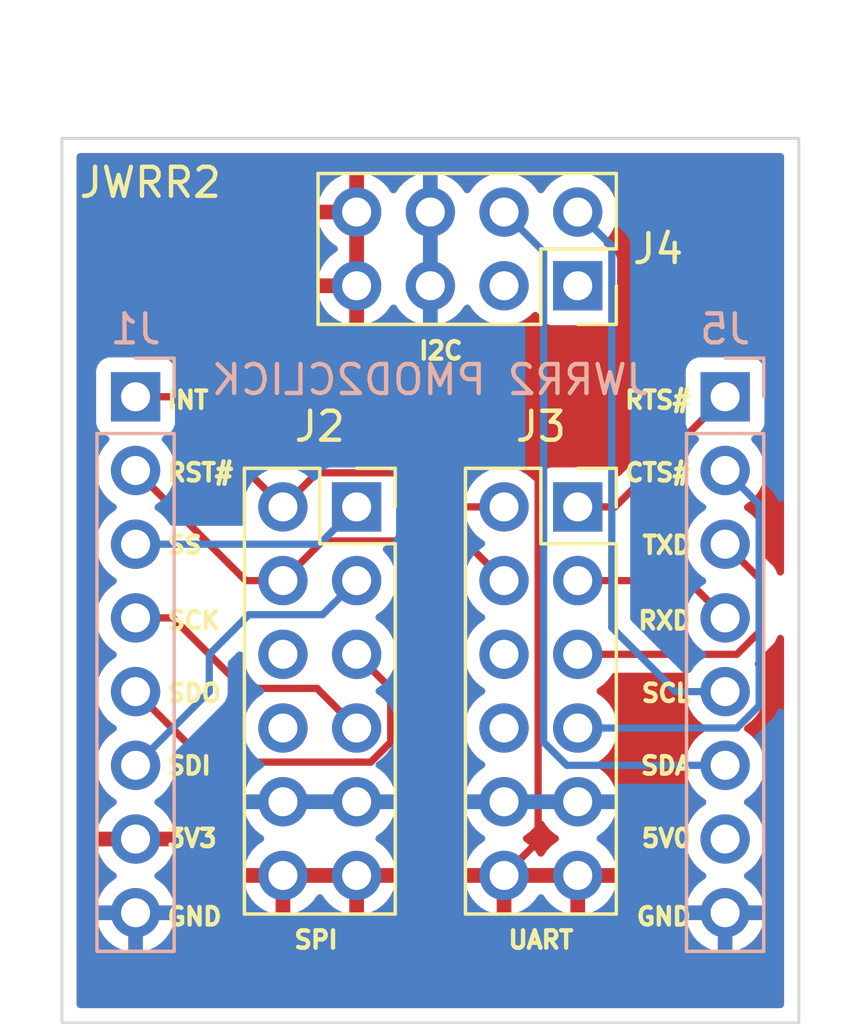
<source format=kicad_pcb>
(kicad_pcb (version 20211014) (generator pcbnew)
  (layers (0 "F.Cu" signal) (31 "B.Cu" signal) (34 "B.Paste" user) (35 "F.Paste" user) (36 "B.SilkS" user "B.Silkscreen") (37 "F.SilkS" user "F.Silkscreen") (38 "B.Mask" user) (39 "F.Mask" user) (44 "Edge.Cuts" user))
  (net 0 "")
  (net 1 "/SS")
  (net 2 "/SDI")
  (net 3 "/SDO")
  (net 4 "/SCK")
  (net 5 "GND")
  (net 6 "+3V3")
  (net 7 "/INT")
  (net 8 "/RST#")
  (net 9 "/RTS_FROM_PMOD#")
  (net 10 "/RXD_TO_PMOD")
  (net 11 "/TXD_FROM_PMOD")
  (net 12 "/CTS_TO_PMOD#")
  (net 14 "/SCL_TO_PMOD")
  (net 16 "/SDA_BIDIR")
  (footprint "Connector_PinSocket_2.54mm:PinSocket_2x06_P2.54mm_Vertical" (layer "F.Cu") (at 101.6 119.38)
    (fp_text reference "J2" (at -1.27 -2.77) (layer "F.SilkS"))
    (fp_text value "Conn_02x06_Odd_Even")
    (fp_line (start -3.87 -1.33) (end -1.27 -1.33) (layer "F.SilkS") (width 0.12))
    (fp_line (start 1.33 1.27) (end 1.33 14.03) (layer "F.SilkS") (width 0.12))
    (fp_line (start -3.87 -1.33) (end -3.87 14.03) (layer "F.SilkS") (width 0.12))
    (fp_line (start 0 -1.33) (end 1.33 -1.33) (layer "F.SilkS") (width 0.12))
    (fp_line (start -3.87 14.03) (end 1.33 14.03) (layer "F.SilkS") (width 0.12))
    (fp_line (start -1.27 -1.33) (end -1.27 1.27) (layer "F.SilkS") (width 0.12))
    (fp_line (start -1.27 1.27) (end 1.33 1.27) (layer "F.SilkS") (width 0.12))
    (fp_line (start 1.33 -1.33) (end 1.33 0) (layer "F.SilkS") (width 0.12))
    (pad "1" thru_hole rect (at 0 0) (size 1.7 1.7) (drill 1) (layers *.Cu *.Mask) (net 1 "/SS"))
    (pad "2" thru_hole oval (at -2.54 0) (size 1.7 1.7) (drill 1) (layers *.Cu *.Mask) (net 7 "/INT"))
    (pad "3" thru_hole oval (at 0 2.54) (size 1.7 1.7) (drill 1) (layers *.Cu *.Mask) (net 2 "/SDI"))
    (pad "4" thru_hole oval (at -2.54 2.54) (size 1.7 1.7) (drill 1) (layers *.Cu *.Mask) (net 8 "/RST#"))
    (pad "5" thru_hole oval (at 0 5.08) (size 1.7 1.7) (drill 1) (layers *.Cu *.Mask) (net 3 "/SDO"))
    (pad "6" thru_hole oval (at -2.54 5.08) (size 1.7 1.7) (drill 1) (layers *.Cu *.Mask))
    (pad "7" thru_hole oval (at 0 7.62) (size 1.7 1.7) (drill 1) (layers *.Cu *.Mask) (net 4 "/SCK"))
    (pad "8" thru_hole oval (at -2.54 7.62) (size 1.7 1.7) (drill 1) (layers *.Cu *.Mask))
    (pad "9" thru_hole oval (at 0 10.16) (size 1.7 1.7) (drill 1) (layers *.Cu *.Mask) (net 5 "GND"))
    (pad "10" thru_hole oval (at -2.54 10.16) (size 1.7 1.7) (drill 1) (layers *.Cu *.Mask) (net 5 "GND"))
    (pad "11" thru_hole oval (at 0 12.7) (size 1.7 1.7) (drill 1) (layers *.Cu *.Mask) (net 6 "+3V3"))
    (pad "12" thru_hole oval (at -2.54 12.7) (size 1.7 1.7) (drill 1) (layers *.Cu *.Mask) (net 6 "+3V3"))
  )
  (footprint "Connector_PinSocket_2.54mm:PinSocket_2x06_P2.54mm_Vertical" (layer "F.Cu") (at 109.22 119.38)
    (fp_text reference "J3" (at -1.27 -2.77) (layer "F.SilkS"))
    (fp_text value "Conn_02x06_Odd_Even")
    (fp_line (start 1.33 1.27) (end 1.33 14.03) (layer "F.SilkS") (width 0.12))
    (fp_line (start -3.87 -1.33) (end -1.27 -1.33) (layer "F.SilkS") (width 0.12))
    (fp_line (start -3.87 -1.33) (end -3.87 14.03) (layer "F.SilkS") (width 0.12))
    (fp_line (start 1.33 -1.33) (end 1.33 0) (layer "F.SilkS") (width 0.12))
    (fp_line (start -3.87 14.03) (end 1.33 14.03) (layer "F.SilkS") (width 0.12))
    (fp_line (start 0 -1.33) (end 1.33 -1.33) (layer "F.SilkS") (width 0.12))
    (fp_line (start -1.27 1.27) (end 1.33 1.27) (layer "F.SilkS") (width 0.12))
    (fp_line (start -1.27 -1.33) (end -1.27 1.27) (layer "F.SilkS") (width 0.12))
    (pad "1" thru_hole rect (at 0 0) (size 1.7 1.7) (drill 1) (layers *.Cu *.Mask) (net 9 "/RTS_FROM_PMOD#"))
    (pad "2" thru_hole oval (at -2.54 0) (size 1.7 1.7) (drill 1) (layers *.Cu *.Mask) (net 7 "/INT"))
    (pad "3" thru_hole oval (at 0 2.54) (size 1.7 1.7) (drill 1) (layers *.Cu *.Mask) (net 10 "/RXD_TO_PMOD"))
    (pad "4" thru_hole oval (at -2.54 2.54) (size 1.7 1.7) (drill 1) (layers *.Cu *.Mask) (net 8 "/RST#"))
    (pad "5" thru_hole oval (at 0 5.08) (size 1.7 1.7) (drill 1) (layers *.Cu *.Mask) (net 11 "/TXD_FROM_PMOD"))
    (pad "6" thru_hole oval (at -2.54 5.08) (size 1.7 1.7) (drill 1) (layers *.Cu *.Mask))
    (pad "7" thru_hole oval (at 0 7.62) (size 1.7 1.7) (drill 1) (layers *.Cu *.Mask) (net 12 "/CTS_TO_PMOD#"))
    (pad "8" thru_hole oval (at -2.54 7.62) (size 1.7 1.7) (drill 1) (layers *.Cu *.Mask))
    (pad "9" thru_hole oval (at 0 10.16) (size 1.7 1.7) (drill 1) (layers *.Cu *.Mask) (net 5 "GND"))
    (pad "10" thru_hole oval (at -2.54 10.16) (size 1.7 1.7) (drill 1) (layers *.Cu *.Mask) (net 5 "GND"))
    (pad "11" thru_hole oval (at 0 12.7) (size 1.7 1.7) (drill 1) (layers *.Cu *.Mask) (net 6 "+3V3"))
    (pad "12" thru_hole oval (at -2.54 12.7) (size 1.7 1.7) (drill 1) (layers *.Cu *.Mask) (net 6 "+3V3"))
  )
  (footprint "Connector_PinSocket_2.54mm:PinSocket_2x04_P2.54mm_Vertical" (layer "F.Cu") (at 109.22 111.76 -90)
    (fp_text reference "J4" (at -1.27 -2.77) (layer "F.SilkS"))
    (fp_text value "Conn_02x04_Odd_Even")
    (fp_line (start -1.27 -1.33) (end -1.27 1.27) (layer "F.SilkS") (width 0.12))
    (fp_line (start 1.33 -1.33) (end 1.33 0) (layer "F.SilkS") (width 0.12))
    (fp_line (start -3.87 8.95) (end 1.33 8.95) (layer "F.SilkS") (width 0.12))
    (fp_line (start 0 -1.33) (end 1.33 -1.33) (layer "F.SilkS") (width 0.12))
    (fp_line (start 1.33 1.27) (end 1.33 8.95) (layer "F.SilkS") (width 0.12))
    (fp_line (start -1.27 1.27) (end 1.33 1.27) (layer "F.SilkS") (width 0.12))
    (fp_line (start -3.87 -1.33) (end -1.27 -1.33) (layer "F.SilkS") (width 0.12))
    (fp_line (start -3.87 -1.33) (end -3.87 8.95) (layer "F.SilkS") (width 0.12))
    (pad "1" thru_hole rect (at 0 0 270) (size 1.7 1.7) (drill 1) (layers *.Cu *.Mask))
    (pad "2" thru_hole oval (at -2.54 0 270) (size 1.7 1.7) (drill 1) (layers *.Cu *.Mask) (net 14 "/SCL_TO_PMOD"))
    (pad "3" thru_hole oval (at 0 2.54 270) (size 1.7 1.7) (drill 1) (layers *.Cu *.Mask))
    (pad "4" thru_hole oval (at -2.54 2.54 270) (size 1.7 1.7) (drill 1) (layers *.Cu *.Mask) (net 16 "/SDA_BIDIR"))
    (pad "5" thru_hole oval (at 0 5.08 270) (size 1.7 1.7) (drill 1) (layers *.Cu *.Mask) (net 5 "GND"))
    (pad "6" thru_hole oval (at -2.54 5.08 270) (size 1.7 1.7) (drill 1) (layers *.Cu *.Mask) (net 5 "GND"))
    (pad "7" thru_hole oval (at 0 7.62 270) (size 1.7 1.7) (drill 1) (layers *.Cu *.Mask) (net 6 "+3V3"))
    (pad "8" thru_hole oval (at -2.54 7.62 270) (size 1.7 1.7) (drill 1) (layers *.Cu *.Mask) (net 6 "+3V3"))
  )
  (footprint "Connector_PinHeader_2.54mm:PinHeader_1x08_P2.54mm_Vertical" (layer "B.Cu") (at 93.98 115.585 180)
    (fp_text reference "J1" (at 0 2.33) (layer "B.SilkS") (effects (justify mirror)))
    (fp_text value "Conn_01x08")
    (fp_line (start -1.33 0) (end -1.33 1.33) (layer "B.SilkS") (width 0.12))
    (fp_line (start -1.33 1.33) (end 0 1.33) (layer "B.SilkS") (width 0.12))
    (fp_line (start -1.33 -1.27) (end 1.33 -1.27) (layer "B.SilkS") (width 0.12))
    (fp_line (start -1.33 -1.27) (end -1.33 -19.11) (layer "B.SilkS") (width 0.12))
    (fp_line (start 1.33 -1.27) (end 1.33 -19.11) (layer "B.SilkS") (width 0.12))
    (fp_line (start -1.33 -19.11) (end 1.33 -19.11) (layer "B.SilkS") (width 0.12))
    (pad "1" thru_hole rect (at 0 0 180) (size 1.7 1.7) (drill 1) (layers *.Cu *.Mask) (net 7 "/INT"))
    (pad "2" thru_hole oval (at 0 -2.54 180) (size 1.7 1.7) (drill 1) (layers *.Cu *.Mask) (net 8 "/RST#"))
    (pad "3" thru_hole oval (at 0 -5.08 180) (size 1.7 1.7) (drill 1) (layers *.Cu *.Mask) (net 1 "/SS"))
    (pad "4" thru_hole oval (at 0 -7.62 180) (size 1.7 1.7) (drill 1) (layers *.Cu *.Mask) (net 4 "/SCK"))
    (pad "5" thru_hole oval (at 0 -10.16 180) (size 1.7 1.7) (drill 1) (layers *.Cu *.Mask) (net 3 "/SDO"))
    (pad "6" thru_hole oval (at 0 -12.7 180) (size 1.7 1.7) (drill 1) (layers *.Cu *.Mask) (net 2 "/SDI"))
    (pad "7" thru_hole oval (at 0 -15.24 180) (size 1.7 1.7) (drill 1) (layers *.Cu *.Mask) (net 6 "+3V3"))
    (pad "8" thru_hole oval (at 0 -17.78 180) (size 1.7 1.7) (drill 1) (layers *.Cu *.Mask) (net 5 "GND"))
  )
  (footprint "Connector_PinHeader_2.54mm:PinHeader_1x08_P2.54mm_Vertical" (layer "B.Cu") (at 114.3 115.585 180)
    (fp_text reference "J5" (at 0 2.33) (layer "B.SilkS") (effects (justify mirror)))
    (fp_text value "Conn_01x08")
    (fp_line (start -1.33 -19.11) (end 1.33 -19.11) (layer "B.SilkS") (width 0.12))
    (fp_line (start -1.33 0) (end -1.33 1.33) (layer "B.SilkS") (width 0.12))
    (fp_line (start 1.33 -1.27) (end 1.33 -19.11) (layer "B.SilkS") (width 0.12))
    (fp_line (start -1.33 1.33) (end 0 1.33) (layer "B.SilkS") (width 0.12))
    (fp_line (start -1.33 -1.27) (end -1.33 -19.11) (layer "B.SilkS") (width 0.12))
    (fp_line (start -1.33 -1.27) (end 1.33 -1.27) (layer "B.SilkS") (width 0.12))
    (pad "1" thru_hole rect (at 0 0 180) (size 1.7 1.7) (drill 1) (layers *.Cu *.Mask) (net 9 "/RTS_FROM_PMOD#"))
    (pad "2" thru_hole oval (at 0 -2.54 180) (size 1.7 1.7) (drill 1) (layers *.Cu *.Mask) (net 12 "/CTS_TO_PMOD#"))
    (pad "3" thru_hole oval (at 0 -5.08 180) (size 1.7 1.7) (drill 1) (layers *.Cu *.Mask) (net 11 "/TXD_FROM_PMOD"))
    (pad "4" thru_hole oval (at 0 -7.62 180) (size 1.7 1.7) (drill 1) (layers *.Cu *.Mask) (net 10 "/RXD_TO_PMOD"))
    (pad "5" thru_hole oval (at 0 -10.16 180) (size 1.7 1.7) (drill 1) (layers *.Cu *.Mask) (net 14 "/SCL_TO_PMOD"))
    (pad "6" thru_hole oval (at 0 -12.7 180) (size 1.7 1.7) (drill 1) (layers *.Cu *.Mask) (net 16 "/SDA_BIDIR"))
    (pad "7" thru_hole oval (at 0 -15.24 180) (size 1.7 1.7) (drill 1) (layers *.Cu *.Mask))
    (pad "8" thru_hole oval (at 0 -17.78 180) (size 1.7 1.7) (drill 1) (layers *.Cu *.Mask) (net 5 "GND"))
  )
  (gr_rect (start 91.44 106.68) (end 116.84 137.16) (layer "Edge.Cuts") (width 0.1) (fill none))
  (gr_text "JWRR2 PMOD2CLICK" (at 104.14 115) (layer "B.SilkS") (effects (font (size 1 1)) (justify mirror)))
  (gr_text "SPI" (at 100.2 134.3) (layer "F.SilkS") (effects (font (size 0.6 0.6))))
  (gr_text "I2C" (at 104.5 114) (layer "F.SilkS") (effects (font (size 0.6 0.6))))
  (gr_text "INT" (at 95 115.7) (layer "F.SilkS") (effects (font (size 0.6 0.6)) (justify left)))
  (gr_text "CTS#" (at 113.2 118.2) (layer "F.SilkS") (effects (font (size 0.6 0.6)) (justify right)))
  (gr_text "RTS#" (at 113.2 115.7) (layer "F.SilkS") (effects (font (size 0.6 0.6)) (justify right)))
  (gr_text "RXD" (at 113.2 123.3) (layer "F.SilkS") (effects (font (size 0.6 0.6)) (justify right)))
  (gr_text "SDI" (at 95 128.3) (layer "F.SilkS") (effects (font (size 0.6 0.6)) (justify left)))
  (gr_text "GND" (at 95 133.5) (layer "F.SilkS") (effects (font (size 0.6 0.6)) (justify left)))
  (gr_text "SDO" (at 95 125.8) (layer "F.SilkS") (effects (font (size 0.6 0.6)) (justify left)))
  (gr_text "JWRR2" (at 94.488 108.204) (layer "F.SilkS") (effects (font (size 1 1))))
  (gr_text "UART" (at 107.95 134.3) (layer "F.SilkS") (effects (font (size 0.6 0.6))))
  (gr_text "3V3" (at 95 130.8) (layer "F.SilkS") (effects (font (size 0.6 0.6)) (justify left)))
  (gr_text "SCL" (at 113.2 125.8) (layer "F.SilkS") (effects (font (size 0.6 0.6)) (justify right)))
  (gr_text "RST#" (at 95 118.2) (layer "F.SilkS") (effects (font (size 0.6 0.6)) (justify left)))
  (gr_text "SDA" (at 113.2 128.3) (layer "F.SilkS") (effects (font (size 0.6 0.6)) (justify right)))
  (gr_text "5V0" (at 113.2 130.8) (layer "F.SilkS") (effects (font (size 0.6 0.6)) (justify right)))
  (gr_text "SS" (at 95 120.7) (layer "F.SilkS") (effects (font (size 0.6 0.6)) (justify left)))
  (gr_text "GND" (at 113.2 133.5) (layer "F.SilkS") (effects (font (size 0.6 0.6)) (justify right)))
  (gr_text "TXD" (at 113.2 120.7) (layer "F.SilkS") (effects (font (size 0.6 0.6)) (justify right)))
  (gr_text "SCK" (at 95 123.3) (layer "F.SilkS") (effects (font (size 0.6 0.6)) (justify left)))
  (segment (start 93.98 120.665) (end 100.315 120.665) (width 0.25) (layer "B.Cu") (net 1))
  (segment (start 100.315 120.665) (end 101.6 119.38) (width 0.25) (layer "B.Cu") (net 1))
  (segment (start 97.885489 123.094511) (end 100.425489 123.094511) (width 0.25) (layer "B.Cu") (net 2))
  (segment (start 96.52 124.46) (end 97.885489 123.094511) (width 0.25) (layer "B.Cu") (net 2))
  (segment (start 100.425489 123.094511) (end 101.6 121.92) (width 0.25) (layer "B.Cu") (net 2))
  (segment (start 93.98 128.285) (end 96.52 125.745) (width 0.25) (layer "B.Cu") (net 2))
  (segment (start 96.52 125.745) (end 96.52 124.46) (width 0.25) (layer "B.Cu") (net 2))
  (segment (start 102.774511 125.634511) (end 101.6 124.46) (width 0.25) (layer "F.Cu") (net 3))
  (segment (start 102.086499 128.174511) (end 102.774511 127.486499) (width 0.25) (layer "F.Cu") (net 3))
  (segment (start 93.98 125.745) (end 96.409511 128.174511) (width 0.25) (layer "F.Cu") (net 3))
  (segment (start 96.409511 128.174511) (end 102.086499 128.174511) (width 0.25) (layer "F.Cu") (net 3))
  (segment (start 102.774511 127.486499) (end 102.774511 125.634511) (width 0.25) (layer "F.Cu") (net 3))
  (segment (start 100.234511 125.634511) (end 101.6 127) (width 0.25) (layer "F.Cu") (net 4))
  (segment (start 95.265 123.205) (end 97.694511 125.634511) (width 0.25) (layer "F.Cu") (net 4))
  (segment (start 93.98 123.205) (end 95.265 123.205) (width 0.25) (layer "F.Cu") (net 4))
  (segment (start 97.694511 125.634511) (end 100.234511 125.634511) (width 0.25) (layer "F.Cu") (net 4))
  (segment (start 101.6 129.54) (end 106.68 129.54) (width 0.25) (layer "B.Cu") (net 5))
  (segment (start 96.52 132.08) (end 96.52 129.54) (width 0.25) (layer "B.Cu") (net 5))
  (segment (start 104.14 111.76) (end 104.14 129.54) (width 0.25) (layer "B.Cu") (net 5))
  (segment (start 111.76 129.54) (end 111.76 132.08) (width 0.25) (layer "B.Cu") (net 5))
  (segment (start 93.98 133.365) (end 95.235 133.365) (width 0.25) (layer "B.Cu") (net 5))
  (segment (start 104.14 111.76) (end 104.14 109.22) (width 0.25) (layer "B.Cu") (net 5))
  (segment (start 106.68 129.54) (end 109.22 129.54) (width 0.25) (layer "B.Cu") (net 5))
  (segment (start 113.045 133.365) (end 114.3 133.365) (width 0.25) (layer "B.Cu") (net 5))
  (segment (start 96.52 129.54) (end 99.06 129.54) (width 0.25) (layer "B.Cu") (net 5))
  (segment (start 99.06 129.54) (end 101.6 129.54) (width 0.25) (layer "B.Cu") (net 5))
  (segment (start 95.235 133.365) (end 96.52 132.08) (width 0.25) (layer "B.Cu") (net 5))
  (segment (start 109.22 129.54) (end 111.76 129.54) (width 0.25) (layer "B.Cu") (net 5))
  (segment (start 111.76 132.08) (end 113.045 133.365) (width 0.25) (layer "B.Cu") (net 5))
  (segment (start 106.68 132.08) (end 109.22 132.08) (width 0.25) (layer "F.Cu") (net 6))
  (segment (start 93.98 130.825) (end 95.265 130.825) (width 0.25) (layer "F.Cu") (net 6))
  (segment (start 101.6 114.3) (end 106.68 114.3) (width 0.25) (layer "F.Cu") (net 6))
  (segment (start 101.6 111.76) (end 101.6 114.3) (width 0.25) (layer "F.Cu") (net 6))
  (segment (start 96.52 132.08) (end 99.06 132.08) (width 0.25) (layer "F.Cu") (net 6))
  (segment (start 95.265 130.825) (end 96.52 132.08) (width 0.25) (layer "F.Cu") (net 6))
  (segment (start 99.06 132.08) (end 101.6 132.08) (width 0.25) (layer "F.Cu") (net 6))
  (segment (start 107.854511 115.474511) (end 107.854511 130.905489) (width 0.25) (layer "F.Cu") (net 6))
  (segment (start 101.6 132.08) (end 106.68 132.08) (width 0.25) (layer "F.Cu") (net 6))
  (segment (start 106.68 114.3) (end 107.854511 115.474511) (width 0.25) (layer "F.Cu") (net 6))
  (segment (start 107.854511 130.905489) (end 106.68 132.08) (width 0.25) (layer "F.Cu") (net 6))
  (segment (start 101.6 111.76) (end 101.6 109.22) (width 0.25) (layer "F.Cu") (net 6))
  (segment (start 105.314511 119.38) (end 104.14 118.205489) (width 0.25) (layer "F.Cu") (net 7))
  (segment (start 104.14 118.205489) (end 100.234511 118.205489) (width 0.25) (layer "F.Cu") (net 7))
  (segment (start 100.234511 118.205489) (end 99.06 119.38) (width 0.25) (layer "F.Cu") (net 7))
  (segment (start 106.68 119.38) (end 105.314511 119.38) (width 0.25) (layer "F.Cu") (net 7))
  (segment (start 99.06 119.38) (end 95.265 115.585) (width 0.25) (layer "F.Cu") (net 7))
  (segment (start 95.265 115.585) (end 93.98 115.585) (width 0.25) (layer "F.Cu") (net 7))
  (segment (start 97.775 121.92) (end 99.06 121.92) (width 0.25) (layer "F.Cu") (net 8))
  (segment (start 100.425489 120.554511) (end 105.314511 120.554511) (width 0.25) (layer "F.Cu") (net 8))
  (segment (start 105.314511 120.554511) (end 106.68 121.92) (width 0.25) (layer "F.Cu") (net 8))
  (segment (start 99.06 121.92) (end 100.425489 120.554511) (width 0.25) (layer "F.Cu") (net 8))
  (segment (start 93.98 118.125) (end 97.775 121.92) (width 0.25) (layer "F.Cu") (net 8))
  (segment (start 114.3 115.585) (end 110.505 119.38) (width 0.25) (layer "F.Cu") (net 9))
  (segment (start 110.505 119.38) (end 109.22 119.38) (width 0.25) (layer "F.Cu") (net 9))
  (segment (start 109.22 121.92) (end 113.015 121.92) (width 0.25) (layer "F.Cu") (net 10))
  (segment (start 113.015 121.92) (end 114.3 123.205) (width 0.25) (layer "F.Cu") (net 10))
  (segment (start 114.70601 124.46) (end 115.474511 123.691499) (width 0.25) (layer "F.Cu") (net 11))
  (segment (start 115.474511 123.691499) (end 115.474511 121.839511) (width 0.25) (layer "F.Cu") (net 11))
  (segment (start 109.22 124.46) (end 114.70601 124.46) (width 0.25) (layer "F.Cu") (net 11))
  (segment (start 115.474511 121.839511) (end 114.3 120.665) (width 0.25) (layer "F.Cu") (net 11))
  (segment (start 115.474511 119.299511) (end 114.3 118.125) (width 0.25) (layer "B.Cu") (net 12))
  (segment (start 115.474511 126.231499) (end 115.474511 119.299511) (width 0.25) (layer "B.Cu") (net 12))
  (segment (start 109.22 127) (end 114.70601 127) (width 0.25) (layer "B.Cu") (net 12))
  (segment (start 114.70601 127) (end 115.474511 126.231499) (width 0.25) (layer "B.Cu") (net 12))
  (segment (start 110.394511 110.394511) (end 109.22 109.22) (width 0.25) (layer "B.Cu") (net 14))
  (segment (start 110.394511 123.534006) (end 110.394511 110.394511) (width 0.25) (layer "B.Cu") (net 14))
  (segment (start 114.3 125.745) (end 112.605505 125.745) (width 0.25) (layer "B.Cu") (net 14))
  (segment (start 112.605505 125.745) (end 110.394511 123.534006) (width 0.25) (layer "B.Cu") (net 14))
  (segment (start 108.045489 127.486499) (end 108.84399 128.285) (width 0.25) (layer "B.Cu") (net 16))
  (segment (start 106.68 109.22) (end 108.045489 110.585489) (width 0.25) (layer "B.Cu") (net 16))
  (segment (start 108.045489 110.585489) (end 108.045489 127.486499) (width 0.25) (layer "B.Cu") (net 16))
  (segment (start 108.84399 128.285) (end 114.3 128.285) (width 0.25) (layer "B.Cu") (net 16))
  (zone (net 6) (net_name "+3V3") (layer "F.Cu") (connect_pads (clearance 0.508)) (min_thickness 0.254) (fill yes (thermal_gap 0.508) (thermal_bridge_width 0.508))
    (polygon (pts (xy 116.84 137.16) (xy 91.44 137.16) (xy 91.44 106.68) (xy 116.84 106.68)))
  )
  (zone (net 5) (net_name "GND") (layer "B.Cu") (connect_pads (clearance 0.508)) (min_thickness 0.254) (fill yes (thermal_gap 0.508) (thermal_bridge_width 0.508))
    (polygon (pts (xy 116.84 137.16) (xy 91.44 137.16) (xy 91.44 106.68) (xy 116.84 106.68)))
  )
)
</source>
